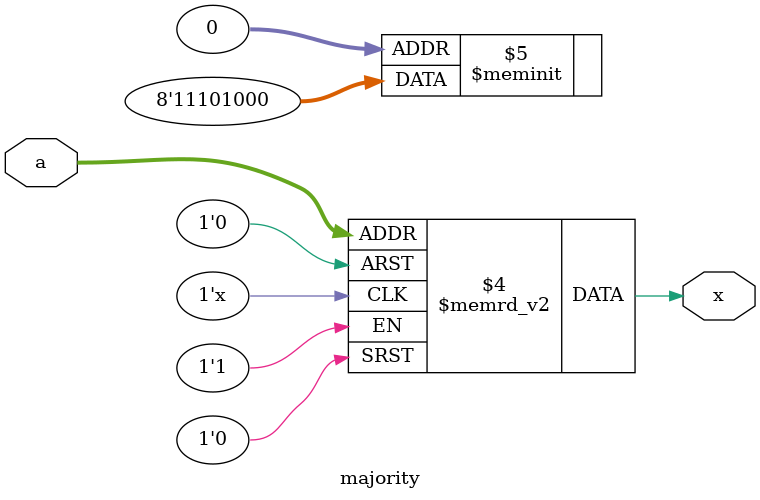
<source format=v>
`timescale 1ns / 1ps


//Make sure there should only be 64+22+100 = 186 positive edges of clk1
module top_module(
    input clk1,
    input clk2,
    input [63:0]secret,
    output reg [18:0]lfsr1=19'd0,
    output reg [21:0]lfsr2=22'd0,
    output reg [22:0]lfsr3=23'd0,
    output  pseudo
    );
    reg [21:0]public=22'b1101001110000110010001;
    wire maj;
    wire w1,w2,w3;
    assign w1= lfsr1[13]^lfsr1[16]^lfsr1[17]^lfsr1[18];
    assign w2=lfsr2[20]^lfsr2[21];
    assign w3=lfsr3[7]^lfsr3[20]^lfsr3[21]^lfsr3[22];
    reg [8:0]count=8'b0;
    majority ins({lfsr1[8],lfsr2[10],lfsr3[10]},maj);
    always @(posedge clk1)   begin
        if(count<=63)   begin
            lfsr1<={lfsr1[17:0],secret[count]^w1};
            lfsr2<={lfsr2[20:0],secret[count]^w2};
            lfsr3<={lfsr3[21:0],secret[count]^w3};
        end
        else if(count<=85) begin
            lfsr1<={lfsr1[17:0],public[count-64]^w1};
            lfsr2<={lfsr2[20:0],public[count-64]^w2};
            lfsr3<={lfsr3[21:0],public[count-64]^w3};
        end
        
        else begin
            
            lfsr1<= (maj==lfsr1[8])?({lfsr1[17:0],w1}):lfsr1;
            lfsr2<= (maj==lfsr2[10])?({lfsr2[20:0],w2}):lfsr2;
            lfsr3<= (maj==lfsr3[10])?{lfsr3[21:0],w3}:lfsr3;       
        end
        count<=count+1;
    end
    
    always @(posedge clk2) begin
        lfsr1<= (maj==lfsr1[8])?({lfsr1[17:0],w1}):lfsr1;
        lfsr2<= (maj==lfsr2[10])?({lfsr2[20:0],w2}):lfsr2;
        lfsr3<= (maj==lfsr3[10])?{lfsr3[21:0],w3}:lfsr3;
        //pseudo = lfsr1[18]^lfsr2[21]^lfsr3[22];
    end
    assign pseudo = lfsr1[18]^lfsr2[21]^lfsr3[22];
endmodule

module majority(input [2:0]a, output reg x);
    always @(*) begin
        case(a)
            3'b000: x=0;
            3'b001: x=0;
            3'b010: x=0;
            3'b011: x=1;
            3'b100: x=0;
            3'b101: x=1;
            3'b110: x=1;
            3'b111: x=1;
        endcase
    end
endmodule


</source>
